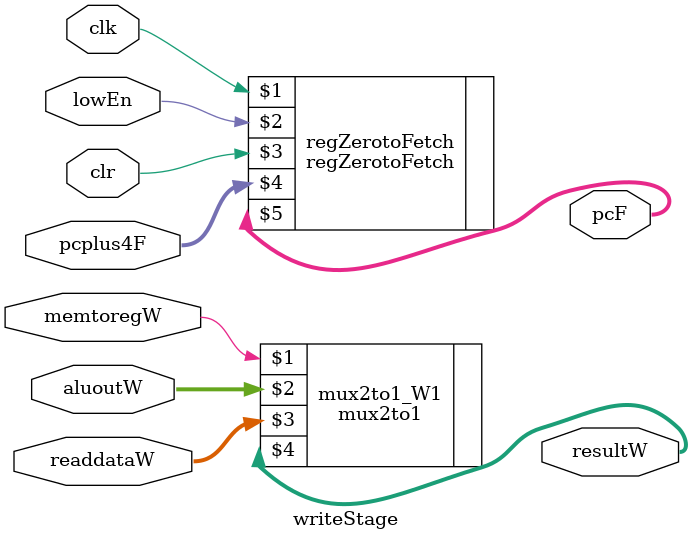
<source format=sv>
`timescale 1ns / 1ps


module writeStage(
input logic clk, lowEn, clr,
input logic  memtoregW, 
input logic [31:0] readdataW, aluoutW,
output logic [31:0] resultW,
//input logic pcsrcD,
/////input logic jumpD,
input logic [31:0] pcplus4F,// pcbranchD,
/////input logic [27:0] instrDshifted,
output logic [31:0] pcF
    );
    /////logic [31:0] muxW2in, concat, pcnext;
    
    /////assign concat={pcplus4F[31:28],instrDshifted};///////////
    
    mux2to1#(32) mux2to1_W1(memtoregW,  aluoutW, readdataW, resultW);
    //mux2to1#(32) mux2to1_W2(pcsrcD, pcplus4F, pcbranchD, muxW2in);
    //mux2to1#(32) mux2to1_W3(jumpD, pcplus4F, concat, pcnext );/////////
    
    regZerotoFetch regZerotoFetch(clk, lowEn, clr, pcplus4F, pcF );
endmodule

</source>
